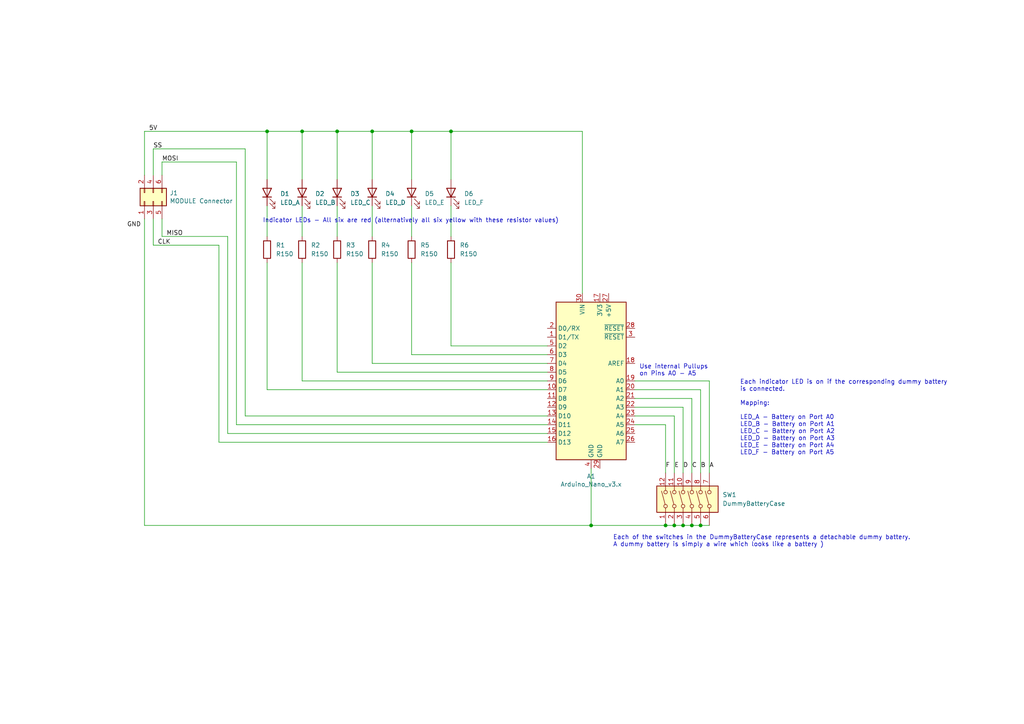
<source format=kicad_sch>
(kicad_sch (version 20211123) (generator eeschema)
  (paper "A4")
  (lib_symbols
    (symbol "Connector_Generic:Conn_02x03_Odd_Even" (pin_names (offset 1.016) hide)
      (property "Reference" "J" (at 1.27 5.08 0))
      (property "Value" "Conn_02x03_Odd_Even" (at 1.27 -5.08 0))
      (symbol "Conn_02x03_Odd_Even_1_1"
        (rectangle (start -1.27 -2.413) (end 0 -2.667) (stroke (width 0.1524)))
        (rectangle (start -1.27 0.127) (end 0 -0.127) (stroke (width 0.1524)))
        (rectangle (start -1.27 2.667) (end 0 2.413) (stroke (width 0.1524)))
        (rectangle (start -1.27 3.81) (end 3.81 -3.81) (stroke (width 0.254)) (fill (type background)))
        (rectangle (start 3.81 -2.413) (end 2.54 -2.667) (stroke (width 0.1524)))
        (rectangle (start 3.81 0.127) (end 2.54 -0.127) (stroke (width 0.1524)))
        (rectangle (start 3.81 2.667) (end 2.54 2.413) (stroke (width 0.1524)))
        (pin passive line (at -5.08 2.54 0) (length 3.81) (name "Pin_1") (number "1"))
        (pin passive line (at 7.62 2.54 180) (length 3.81) (name "Pin_2") (number "2"))
        (pin passive line (at -5.08 0 0) (length 3.81) (name "Pin_3") (number "3"))
        (pin passive line (at 7.62 0 180) (length 3.81) (name "Pin_4") (number "4"))
        (pin passive line (at -5.08 -2.54 0) (length 3.81) (name "Pin_5") (number "5"))
        (pin passive line (at 7.62 -2.54 180) (length 3.81) (name "Pin_6") (number "6"))
      )
    )
    (symbol "Device:LED" (pin_numbers hide) (pin_names (offset 1.016) hide)
      (property "Reference" "D" (at 0 2.54 0))
      (property "Value" "LED" (at 0 -2.54 0))
      (symbol "LED_0_1"
        (polyline (pts (xy -1.27 -1.27) (xy -1.27 1.27)) (stroke (width 0.254)))
        (polyline (pts (xy -1.27 0) (xy 1.27 0)))
        (polyline (pts (xy 1.27 -1.27) (xy 1.27 1.27) (xy -1.27 0) (xy 1.27 -1.27)) (stroke (width 0.254)))
        (polyline (pts (xy -3.048 -0.762) (xy -4.572 -2.286) (xy -3.81 -2.286) (xy -4.572 -2.286) (xy -4.572 -1.524)))
        (polyline (pts (xy -1.778 -0.762) (xy -3.302 -2.286) (xy -2.54 -2.286) (xy -3.302 -2.286) (xy -3.302 -1.524)))
      )
      (symbol "LED_1_1"
        (pin passive line (at -3.81 0 0) (length 2.54) (name "K") (number "1"))
        (pin passive line (at 3.81 0 180) (length 2.54) (name "A") (number "2"))
      )
    )
    (symbol "Device:R" (pin_numbers hide) (pin_names (offset 0))
      (property "Reference" "R" (at 2.032 0 90))
      (property "Value" "R" (at 0 0 90))
      (symbol "R_0_1"
        (rectangle (start -1.016 -2.54) (end 1.016 2.54) (stroke (width 0.254)))
      )
      (symbol "R_1_1"
        (pin passive line (at 0 3.81 270) (length 1.27) (name "~") (number "1"))
        (pin passive line (at 0 -3.81 90) (length 1.27) (name "~") (number "2"))
      )
    )
    (symbol "MCU_Module:Arduino_Nano_v3.x"
      (property "Reference" "A" (at -10.16 23.495 0))
      (property "Value" "Arduino_Nano_v3.x" (at 5.08 -24.13 0))
      (symbol "Arduino_Nano_v3.x_0_1"
        (rectangle (start -10.16 22.86) (end 10.16 -22.86) (stroke (width 0.254)) (fill (type background)))
      )
      (symbol "Arduino_Nano_v3.x_1_1"
        (pin bidirectional line (at -12.7 12.7 0) (length 2.54) (name "D1/TX") (number "1"))
        (pin bidirectional line (at -12.7 -2.54 0) (length 2.54) (name "D7") (number "10"))
        (pin bidirectional line (at -12.7 -5.08 0) (length 2.54) (name "D8") (number "11"))
        (pin bidirectional line (at -12.7 -7.62 0) (length 2.54) (name "D9") (number "12"))
        (pin bidirectional line (at -12.7 -10.16 0) (length 2.54) (name "D10") (number "13"))
        (pin bidirectional line (at -12.7 -12.7 0) (length 2.54) (name "D11") (number "14"))
        (pin bidirectional line (at -12.7 -15.24 0) (length 2.54) (name "D12") (number "15"))
        (pin bidirectional line (at -12.7 -17.78 0) (length 2.54) (name "D13") (number "16"))
        (pin power_out line (at 2.54 25.4 270) (length 2.54) (name "3V3") (number "17"))
        (pin input line (at 12.7 5.08 180) (length 2.54) (name "AREF") (number "18"))
        (pin bidirectional line (at 12.7 0 180) (length 2.54) (name "A0") (number "19"))
        (pin bidirectional line (at -12.7 15.24 0) (length 2.54) (name "D0/RX") (number "2"))
        (pin bidirectional line (at 12.7 -2.54 180) (length 2.54) (name "A1") (number "20"))
        (pin bidirectional line (at 12.7 -5.08 180) (length 2.54) (name "A2") (number "21"))
        (pin bidirectional line (at 12.7 -7.62 180) (length 2.54) (name "A3") (number "22"))
        (pin bidirectional line (at 12.7 -10.16 180) (length 2.54) (name "A4") (number "23"))
        (pin bidirectional line (at 12.7 -12.7 180) (length 2.54) (name "A5") (number "24"))
        (pin bidirectional line (at 12.7 -15.24 180) (length 2.54) (name "A6") (number "25"))
        (pin bidirectional line (at 12.7 -17.78 180) (length 2.54) (name "A7") (number "26"))
        (pin power_out line (at 5.08 25.4 270) (length 2.54) (name "+5V") (number "27"))
        (pin input line (at 12.7 15.24 180) (length 2.54) (name "~{RESET}") (number "28"))
        (pin power_in line (at 2.54 -25.4 90) (length 2.54) (name "GND") (number "29"))
        (pin input line (at 12.7 12.7 180) (length 2.54) (name "~{RESET}") (number "3"))
        (pin power_in line (at -2.54 25.4 270) (length 2.54) (name "VIN") (number "30"))
        (pin power_in line (at 0 -25.4 90) (length 2.54) (name "GND") (number "4"))
        (pin bidirectional line (at -12.7 10.16 0) (length 2.54) (name "D2") (number "5"))
        (pin bidirectional line (at -12.7 7.62 0) (length 2.54) (name "D3") (number "6"))
        (pin bidirectional line (at -12.7 5.08 0) (length 2.54) (name "D4") (number "7"))
        (pin bidirectional line (at -12.7 2.54 0) (length 2.54) (name "D5") (number "8"))
        (pin bidirectional line (at -12.7 0 0) (length 2.54) (name "D6") (number "9"))
      )
    )
    (symbol "Switch:SW_DIP_x06" (pin_names (offset 0) hide)
      (property "Reference" "SW" (at 0 11.43 0))
      (property "Value" "SW_DIP_x06" (at 0 -8.89 0))
      (symbol "SW_DIP_x06_0_0"
        (circle (center -2.032 -5.08) (radius 0.508))
        (circle (center -2.032 -2.54) (radius 0.508))
        (circle (center -2.032 0) (radius 0.508))
        (circle (center -2.032 2.54) (radius 0.508))
        (circle (center -2.032 5.08) (radius 0.508))
        (circle (center -2.032 7.62) (radius 0.508))
        (polyline (pts (xy -1.524 -4.9276) (xy 2.3622 -3.8862)))
        (polyline (pts (xy -1.524 -2.3876) (xy 2.3622 -1.3462)))
        (polyline (pts (xy -1.524 0.127) (xy 2.3622 1.1684)))
        (polyline (pts (xy -1.524 2.667) (xy 2.3622 3.7084)))
        (polyline (pts (xy -1.524 5.207) (xy 2.3622 6.2484)))
        (polyline (pts (xy -1.524 7.747) (xy 2.3622 8.7884)))
        (circle (center 2.032 -5.08) (radius 0.508))
        (circle (center 2.032 -2.54) (radius 0.508))
        (circle (center 2.032 0) (radius 0.508))
        (circle (center 2.032 2.54) (radius 0.508))
        (circle (center 2.032 5.08) (radius 0.508))
        (circle (center 2.032 7.62) (radius 0.508))
      )
      (symbol "SW_DIP_x06_0_1"
        (rectangle (start -3.81 10.16) (end 3.81 -7.62) (stroke (width 0.254)) (fill (type background)))
      )
      (symbol "SW_DIP_x06_1_1"
        (pin passive line (at -7.62 7.62 0) (length 5.08) (name "~") (number "1"))
        (pin passive line (at 7.62 2.54 180) (length 5.08) (name "~") (number "10"))
        (pin passive line (at 7.62 5.08 180) (length 5.08) (name "~") (number "11"))
        (pin passive line (at 7.62 7.62 180) (length 5.08) (name "~") (number "12"))
        (pin passive line (at -7.62 5.08 0) (length 5.08) (name "~") (number "2"))
        (pin passive line (at -7.62 2.54 0) (length 5.08) (name "~") (number "3"))
        (pin passive line (at -7.62 0 0) (length 5.08) (name "~") (number "4"))
        (pin passive line (at -7.62 -2.54 0) (length 5.08) (name "~") (number "5"))
        (pin passive line (at -7.62 -5.08 0) (length 5.08) (name "~") (number "6"))
        (pin passive line (at 7.62 -5.08 180) (length 5.08) (name "~") (number "7"))
        (pin passive line (at 7.62 -2.54 180) (length 5.08) (name "~") (number "8"))
        (pin passive line (at 7.62 0 180) (length 5.08) (name "~") (number "9"))
      )
    )
  )
  (junction (at 198.12 152.4))
  (junction (at 87.63 38.1))
  (junction (at 200.66 152.4))
  (junction (at 195.58 152.4))
  (junction (at 77.47 38.1))
  (junction (at 107.95 38.1))
  (junction (at 203.2 152.4))
  (junction (at 193.04 152.4))
  (junction (at 119.38 38.1))
  (junction (at 97.79 38.1))
  (junction (at 171.45 152.4))
  (junction (at 130.81 38.1))
  (wire (pts (xy 46.99 50.8) (xy 46.99 46.99)))
  (wire (pts (xy 41.91 152.4) (xy 171.45 152.4)))
  (wire (pts (xy 71.12 43.18) (xy 71.12 120.65)))
  (wire (pts (xy 130.81 76.2) (xy 130.81 100.33)))
  (wire (pts (xy 205.74 110.49) (xy 184.15 110.49)))
  (wire (pts (xy 77.47 38.1) (xy 77.47 52.07)))
  (wire (pts (xy 87.63 76.2) (xy 87.63 110.49)))
  (wire (pts (xy 119.38 38.1) (xy 130.81 38.1)))
  (wire (pts (xy 97.79 76.2) (xy 97.79 107.95)))
  (wire (pts (xy 203.2 113.03) (xy 184.15 113.03)))
  (wire (pts (xy 87.63 59.69) (xy 87.63 68.58)))
  (wire (pts (xy 119.38 59.69) (xy 119.38 68.58)))
  (wire (pts (xy 66.04 125.73) (xy 158.75 125.73)))
  (wire (pts (xy 41.91 50.8) (xy 41.91 38.1)))
  (wire (pts (xy 77.47 76.2) (xy 77.47 113.03)))
  (wire (pts (xy 41.91 63.5) (xy 41.91 152.4)))
  (wire (pts (xy 41.91 38.1) (xy 77.47 38.1)))
  (wire (pts (xy 107.95 59.69) (xy 107.95 68.58)))
  (wire (pts (xy 97.79 38.1) (xy 107.95 38.1)))
  (wire (pts (xy 46.99 46.99) (xy 68.58 46.99)))
  (wire (pts (xy 97.79 107.95) (xy 158.75 107.95)))
  (wire (pts (xy 193.04 152.4) (xy 195.58 152.4)))
  (wire (pts (xy 119.38 76.2) (xy 119.38 102.87)))
  (wire (pts (xy 119.38 38.1) (xy 119.38 52.07)))
  (wire (pts (xy 87.63 110.49) (xy 158.75 110.49)))
  (wire (pts (xy 168.91 38.1) (xy 168.91 85.09)))
  (wire (pts (xy 195.58 137.16) (xy 195.58 120.65)))
  (wire (pts (xy 200.66 115.57) (xy 184.15 115.57)))
  (wire (pts (xy 119.38 102.87) (xy 158.75 102.87)))
  (wire (pts (xy 107.95 38.1) (xy 119.38 38.1)))
  (wire (pts (xy 107.95 38.1) (xy 107.95 52.07)))
  (wire (pts (xy 203.2 152.4) (xy 205.74 152.4)))
  (wire (pts (xy 46.99 68.58) (xy 66.04 68.58)))
  (wire (pts (xy 107.95 105.41) (xy 158.75 105.41)))
  (wire (pts (xy 71.12 120.65) (xy 158.75 120.65)))
  (wire (pts (xy 195.58 120.65) (xy 184.15 120.65)))
  (wire (pts (xy 44.45 63.5) (xy 44.45 71.12)))
  (wire (pts (xy 87.63 38.1) (xy 97.79 38.1)))
  (wire (pts (xy 97.79 38.1) (xy 97.79 52.07)))
  (wire (pts (xy 87.63 38.1) (xy 87.63 52.07)))
  (wire (pts (xy 193.04 123.19) (xy 184.15 123.19)))
  (wire (pts (xy 63.5 128.27) (xy 158.75 128.27)))
  (wire (pts (xy 44.45 50.8) (xy 44.45 43.18)))
  (wire (pts (xy 68.58 46.99) (xy 68.58 123.19)))
  (wire (pts (xy 198.12 137.16) (xy 198.12 118.11)))
  (wire (pts (xy 68.58 123.19) (xy 158.75 123.19)))
  (wire (pts (xy 44.45 71.12) (xy 63.5 71.12)))
  (wire (pts (xy 171.45 152.4) (xy 193.04 152.4)))
  (wire (pts (xy 107.95 76.2) (xy 107.95 105.41)))
  (wire (pts (xy 130.81 59.69) (xy 130.81 68.58)))
  (wire (pts (xy 205.74 137.16) (xy 205.74 110.49)))
  (wire (pts (xy 66.04 68.58) (xy 66.04 125.73)))
  (wire (pts (xy 97.79 59.69) (xy 97.79 68.58)))
  (wire (pts (xy 77.47 38.1) (xy 87.63 38.1)))
  (wire (pts (xy 130.81 38.1) (xy 168.91 38.1)))
  (wire (pts (xy 77.47 113.03) (xy 158.75 113.03)))
  (wire (pts (xy 198.12 118.11) (xy 184.15 118.11)))
  (wire (pts (xy 200.66 137.16) (xy 200.66 115.57)))
  (wire (pts (xy 130.81 100.33) (xy 158.75 100.33)))
  (wire (pts (xy 198.12 152.4) (xy 200.66 152.4)))
  (wire (pts (xy 130.81 38.1) (xy 130.81 52.07)))
  (wire (pts (xy 195.58 152.4) (xy 198.12 152.4)))
  (wire (pts (xy 203.2 137.16) (xy 203.2 113.03)))
  (wire (pts (xy 171.45 152.4) (xy 171.45 135.89)))
  (wire (pts (xy 63.5 71.12) (xy 63.5 128.27)))
  (wire (pts (xy 44.45 43.18) (xy 71.12 43.18)))
  (wire (pts (xy 77.47 59.69) (xy 77.47 68.58)))
  (wire (pts (xy 46.99 63.5) (xy 46.99 68.58)))
  (wire (pts (xy 193.04 137.16) (xy 193.04 123.19)))
  (wire (pts (xy 200.66 152.4) (xy 203.2 152.4)))
  (text "Indicator LEDs - All six are red (alternatively all six yellow with these resistor values)" (at 76.2 64.77 0) (effects (font (size 1.27 1.27)) (justify left bottom)))
  (text "Each of the switches in the DummyBatteryCase represents a detachable dummy battery. \nA dummy battery is simply a wire which looks like a battery )" (at 177.8 158.75 0) (effects (font (size 1.27 1.27)) (justify left bottom)))
  (text "Use internal Pullups\non Pins A0 - A5" (at 185.42 109.22 0) (effects (font (size 1.27 1.27)) (justify left bottom)))
  (text "Each indicator LED is on if the corresponding dummy battery\nis connected.\n\nMapping:\n\nLED_A - Battery on Port A0\nLED_B - Battery on Port A1\nLED_C - Battery on Port A2\nLED_D - Battery on Port A3\nLED_E - Battery on Port A4\nLED_F - Battery on Port A5" (at 214.63 132.08 0) (effects (font (size 1.27 1.27)) (justify left bottom)))
  (label "5V" (at 43.18 38.1 0))
  (label "GND" (at 36.83 66.04 0))
  (label "C" (at 200.66 135.89 0))
  (label "SS" (at 44.45 43.18 0))
  (label "MOSI" (at 46.99 46.99 0))
  (label "E" (at 195.58 135.89 0))
  (label "A" (at 205.74 135.89 0))
  (label "D" (at 198.12 135.89 0))
  (label "F" (at 193.04 135.89 0))
  (label "MISO" (at 48.26 68.58 0))
  (label "B" (at 203.2 135.89 0))
  (label "CLK" (at 45.72 71.12 0))
  (symbol (lib_id "Connector_Generic:Conn_02x03_Odd_Even") (at 44.45 58.42 90) (unit 1)
    (property "Reference" "J1" (at 49.2252 55.9816 90) (effects (justify right)))
    (property "Value" "MODULE Connector" (at 49.2252 58.293 90) (effects (justify right)))
  )
  (symbol (lib_id "MCU_Module:Arduino_Nano_v3.x") (at 171.45 110.49 0) (unit 1)
    (property "Reference" "A1" (at 171.45 138.1506 0))
    (property "Value" "Arduino_Nano_v3.x" (at 171.45 140.462 0))
    (property "Footprint" "Module:Arduino_Nano" (effects hide))
    (property "Datasheet" "http://www.mouser.com/pdfdocs/Gravitech_Arduino_Nano3_0.pdf" (effects hide))
  )
  (symbol (lib_id "Device:R") (at 77.47 72.39 0) (unit 1)
    (property "Reference" "R1" (at 80.01 71.1199 0) (effects (justify left)))
    (property "Value" "R150" (at 80.01 73.6599 0) (effects (justify left)))
  )
  (symbol (lib_id "Device:LED") (at 97.79 55.88 90) (unit 1)
    (property "Reference" "D3" (at 101.6 56.1974 90) (effects (justify right)))
    (property "Value" "LED_C" (at 101.6 58.7374 90) (effects (justify right)))
  )
  (symbol (lib_id "Device:LED") (at 87.63 55.88 90) (unit 1)
    (property "Reference" "D2" (at 91.44 56.1974 90) (effects (justify right)))
    (property "Value" "LED_B" (at 91.44 58.7374 90) (effects (justify right)))
  )
  (symbol (lib_id "Device:LED") (at 107.95 55.88 90) (unit 1)
    (property "Reference" "D4" (at 111.76 56.1974 90) (effects (justify right)))
    (property "Value" "LED_D" (at 111.76 58.7374 90) (effects (justify right)))
  )
  (symbol (lib_id "Device:R") (at 87.63 72.39 0) (unit 1)
    (property "Reference" "R2" (at 90.17 71.1199 0) (effects (justify left)))
    (property "Value" "R150" (at 90.17 73.6599 0) (effects (justify left)))
  )
  (symbol (lib_id "Switch:SW_DIP_x06") (at 200.66 144.78 90) (unit 1)
    (property "Reference" "SW1" (at 209.55 143.5099 90) (effects (justify right)))
    (property "Value" "DummyBatteryCase" (at 209.55 146.0499 90) (effects (justify right)))
  )
  (symbol (lib_id "Device:R") (at 130.81 72.39 0) (unit 1)
    (property "Reference" "R6" (at 133.35 71.1199 0) (effects (justify left)))
    (property "Value" "R150" (at 133.35 73.6599 0) (effects (justify left)))
  )
  (symbol (lib_id "Device:LED") (at 119.38 55.88 90) (unit 1)
    (property "Reference" "D5" (at 123.19 56.1974 90) (effects (justify right)))
    (property "Value" "LED_E" (at 123.19 58.7374 90) (effects (justify right)))
  )
  (symbol (lib_id "Device:LED") (at 130.81 55.88 90) (unit 1)
    (property "Reference" "D6" (at 134.62 56.1974 90) (effects (justify right)))
    (property "Value" "LED_F" (at 134.62 58.7374 90) (effects (justify right)))
  )
  (symbol (lib_id "Device:LED") (at 77.47 55.88 90) (unit 1)
    (property "Reference" "D1" (at 81.28 56.1974 90) (effects (justify right)))
    (property "Value" "LED_A" (at 81.28 58.7374 90) (effects (justify right)))
  )
  (symbol (lib_id "Device:R") (at 97.79 72.39 0) (unit 1)
    (property "Reference" "R3" (at 100.33 71.1199 0) (effects (justify left)))
    (property "Value" "R150" (at 100.33 73.6599 0) (effects (justify left)))
  )
  (symbol (lib_id "Device:R") (at 107.95 72.39 0) (unit 1)
    (property "Reference" "R4" (at 110.49 71.1199 0) (effects (justify left)))
    (property "Value" "R150" (at 110.49 73.6599 0) (effects (justify left)))
  )
  (symbol (lib_id "Device:R") (at 119.38 72.39 0) (unit 1)
    (property "Reference" "R5" (at 121.92 71.1199 0) (effects (justify left)))
    (property "Value" "R150" (at 121.92 73.6599 0) (effects (justify left)))
  )
)
</source>
